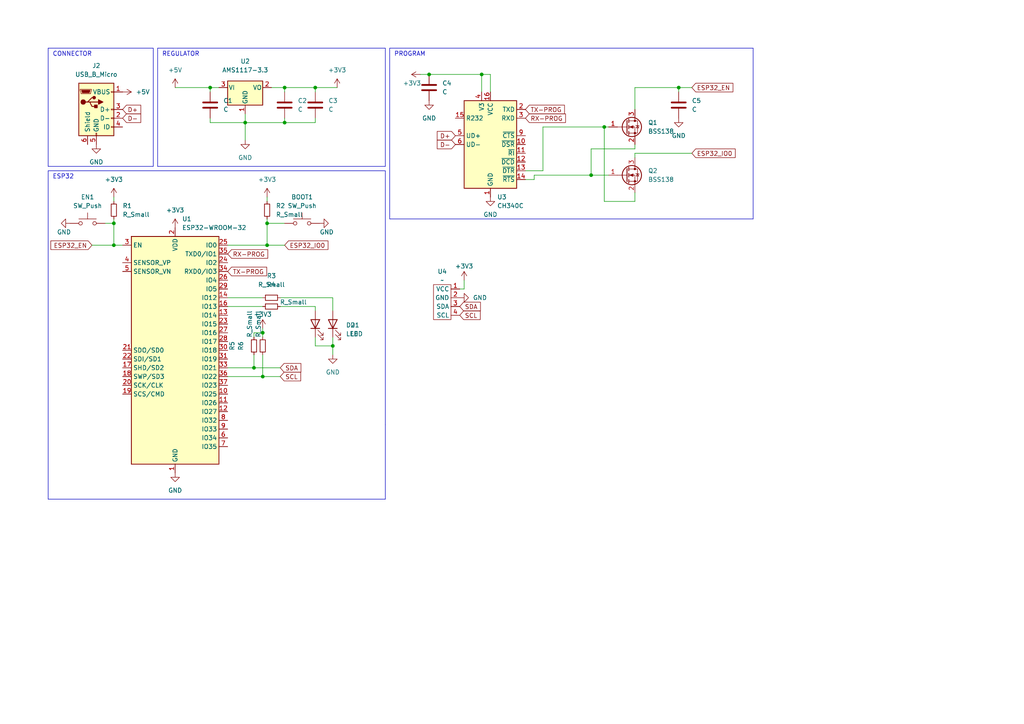
<source format=kicad_sch>
(kicad_sch (version 20231120) (generator "eeschema") (generator_version "8.0")
  (paper "A4")
  (lib_symbols
    (symbol "Connector:USB_B_Micro" (pin_names (offset 1.016))
      (property "Reference" "J" (at -5.08 11.43 0))
      (property "Value" "USB_B_Micro" (at -5.08 8.89 0))
      (symbol "USB_B_Micro_0_1"
        (rectangle (start -5.08 -7.62) (end 5.08 7.62) (stroke (width 0.254)) (fill (type background)))
        (circle (center -3.81 2.159) (radius 0.635) (stroke (width 0.254)) (fill (type outline)))
        (circle (center -0.635 3.429) (radius 0.381) (stroke (width 0.254)) (fill (type outline)))
        (rectangle (start -0.127 -7.62) (end 0.127 -6.858))
        (polyline (pts (xy -1.905 2.159) (xy 0.635 2.159)) (stroke (width 0.254)))
        (polyline (pts (xy -3.175 2.159) (xy -2.54 2.159) (xy -1.27 3.429) (xy -0.635 3.429)) (stroke (width 0.254)))
        (polyline (pts (xy -2.54 2.159) (xy -1.905 2.159) (xy -1.27 0.889) (xy 0 0.889)) (stroke (width 0.254)))
        (polyline (pts (xy 0.635 2.794) (xy 0.635 1.524) (xy 1.905 2.159) (xy 0.635 2.794)) (stroke (width 0.254)) (fill (type outline)))
        (polyline (pts (xy -4.318 5.588) (xy -1.778 5.588) (xy -2.032 4.826) (xy -4.064 4.826) (xy -4.318 5.588)) (fill (type outline)))
        (polyline (pts (xy -4.699 5.842) (xy -4.699 5.588) (xy -4.445 4.826) (xy -4.445 4.572) (xy -1.651 4.572) (xy -1.651 4.826) (xy -1.397 5.588) (xy -1.397 5.842) (xy -4.699 5.842)))
        (rectangle (start 0.254 1.27) (end -0.508 0.508) (stroke (width 0.254)) (fill (type outline)))
        (rectangle (start 5.08 -5.207) (end 4.318 -4.953))
        (rectangle (start 5.08 -2.667) (end 4.318 -2.413))
        (rectangle (start 5.08 -0.127) (end 4.318 0.127))
        (rectangle (start 5.08 4.953) (end 4.318 5.207))
      )
      (symbol "USB_B_Micro_1_1"
        (pin power_out line (at 7.62 5.08 180) (length 2.54) (name "VBUS") (number "1"))
        (pin bidirectional line (at 7.62 -2.54 180) (length 2.54) (name "D-") (number "2"))
        (pin bidirectional line (at 7.62 0 180) (length 2.54) (name "D+") (number "3"))
        (pin passive line (at 7.62 -5.08 180) (length 2.54) (name "ID") (number "4"))
        (pin power_out line (at 0 -10.16 90) (length 2.54) (name "GND") (number "5"))
        (pin passive line (at -2.54 -10.16 90) (length 2.54) (name "Shield") (number "6"))
      )
    )
    (symbol "Device:C" (pin_numbers hide) (pin_names (offset 0.254))
      (property "Reference" "C" (at 0.635 2.54 0))
      (property "Value" "C" (at 0.635 -2.54 0))
      (symbol "C_0_1"
        (polyline (pts (xy -2.032 -0.762) (xy 2.032 -0.762)) (stroke (width 0.508)))
        (polyline (pts (xy -2.032 0.762) (xy 2.032 0.762)) (stroke (width 0.508)))
      )
      (symbol "C_1_1"
        (pin passive line (at 0 3.81 270) (length 2.794) (name "~") (number "1"))
        (pin passive line (at 0 -3.81 90) (length 2.794) (name "~") (number "2"))
      )
    )
    (symbol "Device:LED" (pin_numbers hide) (pin_names (offset 1.016) hide)
      (property "Reference" "D" (at 0 2.54 0))
      (property "Value" "LED" (at 0 -2.54 0))
      (symbol "LED_0_1"
        (polyline (pts (xy -1.27 -1.27) (xy -1.27 1.27)) (stroke (width 0.254)))
        (polyline (pts (xy -1.27 0) (xy 1.27 0)))
        (polyline (pts (xy 1.27 -1.27) (xy 1.27 1.27) (xy -1.27 0) (xy 1.27 -1.27)) (stroke (width 0.254)))
        (polyline (pts (xy -3.048 -0.762) (xy -4.572 -2.286) (xy -3.81 -2.286) (xy -4.572 -2.286) (xy -4.572 -1.524)))
        (polyline (pts (xy -1.778 -0.762) (xy -3.302 -2.286) (xy -2.54 -2.286) (xy -3.302 -2.286) (xy -3.302 -1.524)))
      )
      (symbol "LED_1_1"
        (pin passive line (at -3.81 0 0) (length 2.54) (name "K") (number "1"))
        (pin passive line (at 3.81 0 180) (length 2.54) (name "A") (number "2"))
      )
    )
    (symbol "Device:R_Small" (pin_numbers hide) (pin_names (offset 0.254) hide)
      (property "Reference" "R" (at 0.762 0.508 0))
      (property "Value" "R_Small" (at 0.762 -1.016 0))
      (symbol "R_Small_0_1"
        (rectangle (start -0.762 1.778) (end 0.762 -1.778) (stroke (width 0.2032)))
      )
      (symbol "R_Small_1_1"
        (pin passive line (at 0 2.54 270) (length 0.762) (name "~") (number "1"))
        (pin passive line (at 0 -2.54 90) (length 0.762) (name "~") (number "2"))
      )
    )
    (symbol "Interface_USB:CH340C"
      (property "Reference" "U" (at -5.08 13.97 0))
      (property "Value" "CH340C" (at 1.27 13.97 0))
      (symbol "CH340C_0_1"
        (rectangle (start -7.62 12.7) (end 7.62 -12.7) (stroke (width 0.254)) (fill (type background)))
      )
      (symbol "CH340C_1_1"
        (pin power_in line (at 0 -15.24 90) (length 2.54) (name "GND") (number "1"))
        (pin input line (at 10.16 0 180) (length 2.54) (name "~{DSR}") (number "10"))
        (pin input line (at 10.16 -2.54 180) (length 2.54) (name "~{RI}") (number "11"))
        (pin input line (at 10.16 -5.08 180) (length 2.54) (name "~{DCD}") (number "12"))
        (pin output line (at 10.16 -7.62 180) (length 2.54) (name "~{DTR}") (number "13"))
        (pin output line (at 10.16 -10.16 180) (length 2.54) (name "~{RTS}") (number "14"))
        (pin input line (at -10.16 7.62 0) (length 2.54) (name "R232") (number "15"))
        (pin power_in line (at 0 15.24 270) (length 2.54) (name "VCC") (number "16"))
        (pin output line (at 10.16 10.16 180) (length 2.54) (name "TXD") (number "2"))
        (pin input line (at 10.16 7.62 180) (length 2.54) (name "RXD") (number "3"))
        (pin passive line (at -2.54 15.24 270) (length 2.54) (name "V3") (number "4"))
        (pin bidirectional line (at -10.16 2.54 0) (length 2.54) (name "UD+") (number "5"))
        (pin bidirectional line (at -10.16 0 0) (length 2.54) (name "UD-") (number "6"))
        (pin no_connect line (at -7.62 -7.62 0) (length 2.54) hide (name "NC") (number "7"))
        (pin no_connect line (at -7.62 -10.16 0) (length 2.54) hide (name "NC") (number "8"))
        (pin input line (at 10.16 2.54 180) (length 2.54) (name "~{CTS}") (number "9"))
      )
    )
    (symbol "Nunchuck:Nunchuck"
      (property "Reference" "U" (at 0 1.27 0))
      (symbol "Nunchuck_0_1"
        (rectangle (start -2.54 0) (end 2.54 -10.16))
      )
      (symbol "Nunchuck_1_1"
        (pin input line (at 5.08 -1.27 180) (length 2.54) (name "VCC") (number "1"))
        (pin output line (at 5.08 -3.81 180) (length 2.54) (name "GND") (number "2"))
        (pin output line (at 5.08 -6.35 180) (length 2.54) (name "SDA") (number "3"))
        (pin input line (at 5.08 -8.89 180) (length 2.54) (name "SCL") (number "4"))
      )
    )
    (symbol "RF_Module:ESP32-WROOM-32"
      (property "Reference" "U" (at -12.7 34.29 0))
      (property "Value" "ESP32-WROOM-32" (at 1.27 34.29 0))
      (symbol "ESP32-WROOM-32_0_1"
        (rectangle (start -12.7 33.02) (end 12.7 -33.02) (stroke (width 0.254)) (fill (type background)))
      )
      (symbol "ESP32-WROOM-32_1_1"
        (pin power_in line (at 0 -35.56 90) (length 2.54) (name "GND") (number "1"))
        (pin bidirectional line (at 15.24 -12.7 180) (length 2.54) (name "IO25") (number "10"))
        (pin bidirectional line (at 15.24 -15.24 180) (length 2.54) (name "IO26") (number "11"))
        (pin bidirectional line (at 15.24 -17.78 180) (length 2.54) (name "IO27") (number "12"))
        (pin bidirectional line (at 15.24 10.16 180) (length 2.54) (name "IO14") (number "13"))
        (pin bidirectional line (at 15.24 15.24 180) (length 2.54) (name "IO12") (number "14"))
        (pin passive line (at 0 -35.56 90) (length 2.54) hide (name "GND") (number "15"))
        (pin bidirectional line (at 15.24 12.7 180) (length 2.54) (name "IO13") (number "16"))
        (pin bidirectional line (at -15.24 -5.08 0) (length 2.54) (name "SHD/SD2") (number "17"))
        (pin bidirectional line (at -15.24 -7.62 0) (length 2.54) (name "SWP/SD3") (number "18"))
        (pin bidirectional line (at -15.24 -12.7 0) (length 2.54) (name "SCS/CMD") (number "19"))
        (pin power_in line (at 0 35.56 270) (length 2.54) (name "VDD") (number "2"))
        (pin bidirectional line (at -15.24 -10.16 0) (length 2.54) (name "SCK/CLK") (number "20"))
        (pin bidirectional line (at -15.24 0 0) (length 2.54) (name "SDO/SD0") (number "21"))
        (pin bidirectional line (at -15.24 -2.54 0) (length 2.54) (name "SDI/SD1") (number "22"))
        (pin bidirectional line (at 15.24 7.62 180) (length 2.54) (name "IO15") (number "23"))
        (pin bidirectional line (at 15.24 25.4 180) (length 2.54) (name "IO2") (number "24"))
        (pin bidirectional line (at 15.24 30.48 180) (length 2.54) (name "IO0") (number "25"))
        (pin bidirectional line (at 15.24 20.32 180) (length 2.54) (name "IO4") (number "26"))
        (pin bidirectional line (at 15.24 5.08 180) (length 2.54) (name "IO16") (number "27"))
        (pin bidirectional line (at 15.24 2.54 180) (length 2.54) (name "IO17") (number "28"))
        (pin bidirectional line (at 15.24 17.78 180) (length 2.54) (name "IO5") (number "29"))
        (pin input line (at -15.24 30.48 0) (length 2.54) (name "EN") (number "3"))
        (pin bidirectional line (at 15.24 0 180) (length 2.54) (name "IO18") (number "30"))
        (pin bidirectional line (at 15.24 -2.54 180) (length 2.54) (name "IO19") (number "31"))
        (pin no_connect line (at -12.7 -27.94 0) (length 2.54) hide (name "NC") (number "32"))
        (pin bidirectional line (at 15.24 -5.08 180) (length 2.54) (name "IO21") (number "33"))
        (pin bidirectional line (at 15.24 22.86 180) (length 2.54) (name "RXD0/IO3") (number "34"))
        (pin bidirectional line (at 15.24 27.94 180) (length 2.54) (name "TXD0/IO1") (number "35"))
        (pin bidirectional line (at 15.24 -7.62 180) (length 2.54) (name "IO22") (number "36"))
        (pin bidirectional line (at 15.24 -10.16 180) (length 2.54) (name "IO23") (number "37"))
        (pin passive line (at 0 -35.56 90) (length 2.54) hide (name "GND") (number "38"))
        (pin passive line (at 0 -35.56 90) (length 2.54) hide (name "GND") (number "39"))
        (pin input line (at -15.24 25.4 0) (length 2.54) (name "SENSOR_VP") (number "4"))
        (pin input line (at -15.24 22.86 0) (length 2.54) (name "SENSOR_VN") (number "5"))
        (pin input line (at 15.24 -25.4 180) (length 2.54) (name "IO34") (number "6"))
        (pin input line (at 15.24 -27.94 180) (length 2.54) (name "IO35") (number "7"))
        (pin bidirectional line (at 15.24 -20.32 180) (length 2.54) (name "IO32") (number "8"))
        (pin bidirectional line (at 15.24 -22.86 180) (length 2.54) (name "IO33") (number "9"))
      )
    )
    (symbol "Regulator_Linear:AMS1117-3.3" (pin_names (offset 0.254))
      (property "Reference" "U" (at -3.81 3.175 0))
      (property "Value" "AMS1117-3.3" (at 0 3.175 0))
      (symbol "AMS1117-3.3_0_1"
        (rectangle (start -5.08 -5.08) (end 5.08 1.905) (stroke (width 0.254)) (fill (type background)))
      )
      (symbol "AMS1117-3.3_1_1"
        (pin power_in line (at 0 -7.62 90) (length 2.54) (name "GND") (number "1"))
        (pin power_out line (at 7.62 0 180) (length 2.54) (name "VO") (number "2"))
        (pin power_in line (at -7.62 0 0) (length 2.54) (name "VI") (number "3"))
      )
    )
    (symbol "Switch:SW_Push" (pin_numbers hide) (pin_names (offset 1.016) hide)
      (property "Reference" "SW" (at 1.27 2.54 0))
      (property "Value" "SW_Push" (at 0 -1.524 0))
      (symbol "SW_Push_0_1"
        (circle (center -2.032 0) (radius 0.508))
        (polyline (pts (xy 0 1.27) (xy 0 3.048)))
        (polyline (pts (xy 2.54 1.27) (xy -2.54 1.27)))
        (circle (center 2.032 0) (radius 0.508))
        (pin passive line (at -5.08 0 0) (length 2.54) (name "1") (number "1"))
        (pin passive line (at 5.08 0 180) (length 2.54) (name "2") (number "2"))
      )
    )
    (symbol "Transistor_FET:BSS138" (pin_names hide)
      (property "Reference" "Q" (at 5.08 1.905 0))
      (property "Value" "BSS138" (at 5.08 0 0))
      (symbol "BSS138_0_1"
        (polyline (pts (xy 0.254 0) (xy -2.54 0)))
        (polyline (pts (xy 0.254 1.905) (xy 0.254 -1.905)) (stroke (width 0.254)))
        (polyline (pts (xy 0.762 -1.27) (xy 0.762 -2.286)) (stroke (width 0.254)))
        (polyline (pts (xy 0.762 0.508) (xy 0.762 -0.508)) (stroke (width 0.254)))
        (polyline (pts (xy 0.762 2.286) (xy 0.762 1.27)) (stroke (width 0.254)))
        (polyline (pts (xy 2.54 2.54) (xy 2.54 1.778)))
        (polyline (pts (xy 2.54 -2.54) (xy 2.54 0) (xy 0.762 0)))
        (polyline (pts (xy 0.762 -1.778) (xy 3.302 -1.778) (xy 3.302 1.778) (xy 0.762 1.778)))
        (polyline (pts (xy 1.016 0) (xy 2.032 0.381) (xy 2.032 -0.381) (xy 1.016 0)) (fill (type outline)))
        (polyline (pts (xy 2.794 0.508) (xy 2.921 0.381) (xy 3.683 0.381) (xy 3.81 0.254)))
        (polyline (pts (xy 3.302 0.381) (xy 2.921 -0.254) (xy 3.683 -0.254) (xy 3.302 0.381)))
        (circle (center 1.651 0) (radius 2.794) (stroke (width 0.254)))
        (circle (center 2.54 -1.778) (radius 0.254) (fill (type outline)))
        (circle (center 2.54 1.778) (radius 0.254) (fill (type outline)))
      )
      (symbol "BSS138_1_1"
        (pin input line (at -5.08 0 0) (length 2.54) (name "G") (number "1"))
        (pin passive line (at 2.54 -5.08 90) (length 2.54) (name "S") (number "2"))
        (pin passive line (at 2.54 5.08 270) (length 2.54) (name "D") (number "3"))
      )
    )
    (symbol "power:+3V3" (power) (pin_names (offset 0))
      (property "Value" "+3V3" (at 0 3.556 0))
      (symbol "+3V3_0_1"
        (polyline (pts (xy -0.762 1.27) (xy 0 2.54)))
        (polyline (pts (xy 0 0) (xy 0 2.54)))
        (polyline (pts (xy 0 2.54) (xy 0.762 1.27)))
      )
      (symbol "+3V3_1_1"
        (pin power_in line (at 0 0 90) (length 0) hide (name "+3V3") (number "1"))
      )
    )
    (symbol "power:+5V" (power) (pin_names (offset 0))
      (property "Value" "+5V" (at 0 3.556 0))
      (symbol "+5V_0_1"
        (polyline (pts (xy -0.762 1.27) (xy 0 2.54)))
        (polyline (pts (xy 0 0) (xy 0 2.54)))
        (polyline (pts (xy 0 2.54) (xy 0.762 1.27)))
      )
      (symbol "+5V_1_1"
        (pin power_in line (at 0 0 90) (length 0) hide (name "+5V") (number "1"))
      )
    )
    (symbol "power:GND" (power) (pin_names (offset 0))
      (property "Value" "GND" (at 0 -3.81 0))
      (symbol "GND_0_1"
        (polyline (pts (xy 0 0) (xy 0 -1.27) (xy 1.27 -1.27) (xy 0 -2.54) (xy -1.27 -1.27) (xy 0 -1.27)))
      )
      (symbol "GND_1_1"
        (pin power_in line (at 0 0 270) (length 0) hide (name "GND") (number "1"))
      )
    )
  )
  (junction (at 77.47 71.12))
  (junction (at 73.66 106.68))
  (junction (at 171.45 50.8))
  (junction (at 60.96 25.4))
  (junction (at 124.46 21.59))
  (junction (at 76.2 96.52))
  (junction (at 82.55 35.56))
  (junction (at 91.44 25.4))
  (junction (at 71.12 35.56))
  (junction (at 33.02 64.77))
  (junction (at 196.85 25.4))
  (junction (at 175.26 36.83))
  (junction (at 139.7 21.59))
  (junction (at 77.47 64.77))
  (junction (at 33.02 71.12))
  (junction (at 82.55 25.4))
  (junction (at 76.2 109.22))
  (junction (at 96.52 100.33))
  (polyline (pts (xy 218.44 13.97) (xy 113.03 13.97)))
  (wire (pts (xy 33.02 71.12) (xy 35.56 71.12)))
  (polyline (pts (xy 13.97 13.97) (xy 13.97 48.26)))
  (wire (pts (xy 196.85 25.4) (xy 196.85 26.67)))
  (wire (pts (xy 184.15 43.18) (xy 171.45 43.18)))
  (wire (pts (xy 73.66 96.52) (xy 76.2 96.52)))
  (wire (pts (xy 66.04 86.36) (xy 76.2 86.36)))
  (wire (pts (xy 76.2 95.25) (xy 76.2 96.52)))
  (polyline (pts (xy 44.45 13.97) (xy 13.97 13.97)))
  (wire (pts (xy 71.12 35.56) (xy 71.12 40.64)))
  (wire (pts (xy 26.67 71.12) (xy 33.02 71.12)))
  (wire (pts (xy 73.66 102.87) (xy 73.66 106.68)))
  (polyline (pts (xy 13.97 48.26) (xy 44.45 48.26)))
  (wire (pts (xy 91.44 88.9) (xy 91.44 90.17)))
  (wire (pts (xy 82.55 71.12) (xy 77.47 71.12)))
  (wire (pts (xy 175.26 36.83) (xy 176.53 36.83)))
  (wire (pts (xy 175.26 58.42) (xy 175.26 36.83)))
  (wire (pts (xy 157.48 36.83) (xy 175.26 36.83)))
  (wire (pts (xy 76.2 109.22) (xy 66.04 109.22)))
  (polyline (pts (xy 111.76 49.53) (xy 13.97 49.53)))
  (wire (pts (xy 196.85 25.4) (xy 200.66 25.4)))
  (polyline (pts (xy 113.03 13.97) (xy 113.03 63.5)))
  (polyline (pts (xy 45.72 48.26) (xy 45.72 13.97)))
  (wire (pts (xy 33.02 71.12) (xy 33.02 64.77)))
  (polyline (pts (xy 111.76 123.19) (xy 111.76 144.78)))
  (wire (pts (xy 82.55 25.4) (xy 91.44 25.4)))
  (wire (pts (xy 71.12 33.02) (xy 71.12 35.56)))
  (wire (pts (xy 154.94 50.8) (xy 171.45 50.8)))
  (wire (pts (xy 184.15 31.75) (xy 184.15 25.4)))
  (polyline (pts (xy 111.76 13.97) (xy 111.76 48.26)))
  (wire (pts (xy 33.02 57.15) (xy 33.02 58.42)))
  (wire (pts (xy 73.66 97.79) (xy 73.66 96.52)))
  (wire (pts (xy 77.47 64.77) (xy 82.55 64.77)))
  (wire (pts (xy 82.55 34.29) (xy 82.55 35.56)))
  (wire (pts (xy 33.02 64.77) (xy 30.48 64.77)))
  (wire (pts (xy 91.44 100.33) (xy 96.52 100.33)))
  (wire (pts (xy 157.48 36.83) (xy 157.48 49.53)))
  (wire (pts (xy 142.24 21.59) (xy 139.7 21.59)))
  (wire (pts (xy 171.45 43.18) (xy 171.45 50.8)))
  (wire (pts (xy 184.15 58.42) (xy 175.26 58.42)))
  (polyline (pts (xy 13.97 144.78) (xy 111.76 144.78)))
  (polyline (pts (xy 113.03 63.5) (xy 218.44 63.5)))
  (polyline (pts (xy 13.97 49.53) (xy 13.97 144.78)))
  (wire (pts (xy 184.15 44.45) (xy 200.66 44.45)))
  (wire (pts (xy 96.52 86.36) (xy 96.52 90.17)))
  (wire (pts (xy 81.28 109.22) (xy 76.2 109.22)))
  (wire (pts (xy 152.4 52.07) (xy 154.94 52.07)))
  (wire (pts (xy 154.94 52.07) (xy 154.94 50.8)))
  (wire (pts (xy 124.46 21.59) (xy 139.7 21.59)))
  (wire (pts (xy 184.15 55.88) (xy 184.15 58.42)))
  (wire (pts (xy 60.96 34.29) (xy 60.96 35.56)))
  (wire (pts (xy 60.96 35.56) (xy 71.12 35.56)))
  (wire (pts (xy 91.44 34.29) (xy 91.44 35.56)))
  (wire (pts (xy 60.96 25.4) (xy 60.96 26.67)))
  (wire (pts (xy 33.02 63.5) (xy 33.02 64.77)))
  (wire (pts (xy 134.62 83.82) (xy 134.62 81.28)))
  (wire (pts (xy 133.35 83.82) (xy 134.62 83.82)))
  (wire (pts (xy 176.53 50.8) (xy 171.45 50.8)))
  (wire (pts (xy 91.44 35.56) (xy 82.55 35.56)))
  (wire (pts (xy 77.47 71.12) (xy 77.47 64.77)))
  (wire (pts (xy 91.44 97.79) (xy 91.44 100.33)))
  (wire (pts (xy 152.4 49.53) (xy 157.48 49.53)))
  (wire (pts (xy 81.28 86.36) (xy 96.52 86.36)))
  (wire (pts (xy 66.04 88.9) (xy 76.2 88.9)))
  (wire (pts (xy 184.15 45.72) (xy 184.15 44.45)))
  (polyline (pts (xy 111.76 48.26) (xy 45.72 48.26)))
  (wire (pts (xy 91.44 25.4) (xy 97.79 25.4)))
  (polyline (pts (xy 44.45 48.26) (xy 44.45 13.97)))
  (wire (pts (xy 139.7 26.67) (xy 139.7 21.59)))
  (wire (pts (xy 77.47 57.15) (xy 77.47 58.42)))
  (wire (pts (xy 184.15 41.91) (xy 184.15 43.18)))
  (wire (pts (xy 96.52 97.79) (xy 96.52 100.33)))
  (polyline (pts (xy 45.72 13.97) (xy 111.76 13.97)))
  (wire (pts (xy 121.92 21.59) (xy 124.46 21.59)))
  (wire (pts (xy 91.44 26.67) (xy 91.44 25.4)))
  (wire (pts (xy 81.28 88.9) (xy 91.44 88.9)))
  (wire (pts (xy 77.47 63.5) (xy 77.47 64.77)))
  (wire (pts (xy 50.8 25.4) (xy 60.96 25.4)))
  (wire (pts (xy 184.15 25.4) (xy 196.85 25.4)))
  (wire (pts (xy 76.2 102.87) (xy 76.2 109.22)))
  (wire (pts (xy 77.47 71.12) (xy 66.04 71.12)))
  (wire (pts (xy 82.55 26.67) (xy 82.55 25.4)))
  (wire (pts (xy 73.66 106.68) (xy 66.04 106.68)))
  (wire (pts (xy 60.96 25.4) (xy 63.5 25.4)))
  (wire (pts (xy 82.55 35.56) (xy 71.12 35.56)))
  (wire (pts (xy 96.52 100.33) (xy 96.52 102.87)))
  (polyline (pts (xy 218.44 63.5) (xy 218.44 13.97)))
  (wire (pts (xy 76.2 96.52) (xy 76.2 97.79)))
  (polyline (pts (xy 111.76 123.19) (xy 111.76 49.53)))
  (wire (pts (xy 81.28 106.68) (xy 73.66 106.68)))
  (wire (pts (xy 78.74 25.4) (xy 82.55 25.4)))
  (wire (pts (xy 142.24 26.67) (xy 142.24 21.59)))
  (text "ESP32\n" (at 15.24 52.07 0) (effects (font (size 1.27 1.27)) (justify left bottom)))
  (text "REGULATOR" (at 46.99 16.51 0) (effects (font (size 1.27 1.27)) (justify left bottom)))
  (text "PROGRAM" (at 114.3 16.51 0) (effects (font (size 1.27 1.27)) (justify left bottom)))
  (text "CONNECTOR" (at 15.24 16.51 0) (effects (font (size 1.27 1.27)) (justify left bottom)))
  (global_label "SDA" (shape input) (at 81.28 106.68 0) (property "Intersheetrefs" "${INTERSHEET_REFS}" (effects (hide yes))))
  (global_label "ESP32_IO0" (shape input) (at 200.66 44.45 0) (property "Intersheetrefs" "${INTERSHEET_REFS}" (effects (hide yes))))
  (global_label "D+" (shape input) (at 132.08 39.37 180) (property "Intersheetrefs" "${INTERSHEET_REFS}" (effects (hide yes))))
  (global_label "SDA" (shape input) (at 133.35 88.9 0) (property "Intersheetrefs" "${INTERSHEET_REFS}" (effects (hide yes))))
  (global_label "TX-PROG" (shape input) (at 66.04 78.74 0) (property "Intersheetrefs" "${INTERSHEET_REFS}" (effects (hide yes))))
  (global_label "D+" (shape input) (at 35.56 31.75 0) (property "Intersheetrefs" "${INTERSHEET_REFS}" (effects (hide yes))))
  (global_label "TX-PROG" (shape input) (at 152.4 31.75 0) (property "Intersheetrefs" "${INTERSHEET_REFS}" (effects (hide yes))))
  (global_label "RX-PROG" (shape input) (at 152.4 34.29 0) (property "Intersheetrefs" "${INTERSHEET_REFS}" (effects (hide yes))))
  (global_label "ESP32_EN" (shape input) (at 26.67 71.12 180) (property "Intersheetrefs" "${INTERSHEET_REFS}" (effects (hide yes))))
  (global_label "D-" (shape input) (at 35.56 34.29 0) (property "Intersheetrefs" "${INTERSHEET_REFS}" (effects (hide yes))))
  (global_label "D-" (shape input) (at 132.08 41.91 180) (property "Intersheetrefs" "${INTERSHEET_REFS}" (effects (hide yes))))
  (global_label "SCL" (shape input) (at 81.28 109.22 0) (property "Intersheetrefs" "${INTERSHEET_REFS}" (effects (hide yes))))
  (global_label "ESP32_IO0" (shape input) (at 82.55 71.12 0) (property "Intersheetrefs" "${INTERSHEET_REFS}" (effects (hide yes))))
  (global_label "RX-PROG" (shape input) (at 66.04 73.66 0) (property "Intersheetrefs" "${INTERSHEET_REFS}" (effects (hide yes))))
  (global_label "SCL" (shape input) (at 133.35 91.44 0) (property "Intersheetrefs" "${INTERSHEET_REFS}" (effects (hide yes))))
  (global_label "ESP32_EN" (shape input) (at 200.66 25.4 0) (property "Intersheetrefs" "${INTERSHEET_REFS}" (effects (hide yes))))
  (symbol (lib_id "Device:R_Small") (at 76.2 100.33 180) (unit 1)
    (property "Reference" "R6" (at 69.85 100.33 90))
    (property "Value" "R_Small" (at 74.93 93.98 90))
    (property "Footprint" "Resistor_SMD:R_0603_1608Metric" (effects (hide yes)))
  )
  (symbol (lib_id "Nunchuck:Nunchuck") (at 128.27 82.55 0) (unit 1)
    (property "Reference" "U4" (at 128.27 78.74 0))
    (property "Value" "~" (at 128.27 81.28 0))
    (property "Footprint" "wii:nunchuck" (effects (hide yes)))
  )
  (symbol (lib_id "Transistor_FET:BSS138") (at 181.61 36.83 0) (unit 1)
    (property "Reference" "Q1" (at 187.96 35.5599 0) (effects (justify left)))
    (property "Value" "BSS138" (at 187.96 38.0999 0) (effects (justify left)))
    (property "Footprint" "Package_TO_SOT_SMD:SOT-23" (effects (hide yes)))
    (property "Datasheet" "https://www.onsemi.com/pub/Collateral/BSS138-D.PDF" (effects (hide yes)))
  )
  (symbol (lib_id "power:+3V3") (at 33.02 57.15 0) (unit 1)
    (property "Reference" "#PWR03" (effects (hide yes)))
    (property "Value" "+3V3" (at 33.02 52.07 0))
  )
  (symbol (lib_id "power:+3V3") (at 121.92 21.59 90) (unit 1)
    (property "Reference" "#PWR013" (effects (hide yes)))
    (property "Value" "+3V3" (at 116.84 24.13 90) (effects (justify right)))
  )
  (symbol (lib_id "power:GND") (at 196.85 34.29 0) (unit 1)
    (property "Reference" "#PWR016" (effects (hide yes)))
    (property "Value" "GND" (at 196.85 39.37 0))
  )
  (symbol (lib_id "power:GND") (at 50.8 137.16 0) (unit 1)
    (property "Reference" "#PWR07" (effects (hide yes)))
    (property "Value" "GND" (at 50.8 142.24 0))
  )
  (symbol (lib_id "Switch:SW_Push") (at 87.63 64.77 0) (unit 1)
    (property "Reference" "BOOT1" (at 87.63 57.15 0))
    (property "Value" "SW_Push" (at 87.63 59.69 0))
    (property "Footprint" "Button_Switch_SMD:SW_SPST_FSMSM" (effects (hide yes)))
  )
  (symbol (lib_id "power:GND") (at 142.24 57.15 0) (unit 1)
    (property "Reference" "#PWR015" (effects (hide yes)))
    (property "Value" "GND" (at 142.24 62.23 0))
  )
  (symbol (lib_id "Regulator_Linear:AMS1117-3.3") (at 71.12 25.4 0) (unit 1)
    (property "Reference" "U2" (at 71.12 17.78 0))
    (property "Value" "AMS1117-3.3" (at 71.12 20.32 0))
    (property "Footprint" "Package_TO_SOT_SMD:SOT-223-3_TabPin2" (effects (hide yes)))
    (property "Datasheet" "http://www.advanced-monolithic.com/pdf/ds1117.pdf" (effects (hide yes)))
  )
  (symbol (lib_id "power:GND") (at 124.46 29.21 0) (unit 1)
    (property "Reference" "#PWR014" (effects (hide yes)))
    (property "Value" "GND" (at 124.46 34.29 0))
  )
  (symbol (lib_id "power:+3V3") (at 50.8 66.04 0) (unit 1)
    (property "Reference" "#PWR06" (effects (hide yes)))
    (property "Value" "+3V3" (at 50.8 60.96 0))
  )
  (symbol (lib_id "power:GND") (at 96.52 102.87 0) (unit 1)
    (property "Reference" "#PWR011" (effects (hide yes)))
    (property "Value" "GND" (at 96.52 107.95 0))
  )
  (symbol (lib_id "Device:R_Small") (at 78.74 88.9 90) (unit 1)
    (property "Reference" "R4" (at 78.74 82.55 90))
    (property "Value" "R_Small" (at 85.09 87.63 90))
    (property "Footprint" "Resistor_SMD:R_0603_1608Metric" (effects (hide yes)))
  )
  (symbol (lib_id "Connector:USB_B_Micro") (at 27.94 31.75 0) (unit 1)
    (property "Reference" "J2" (at 27.94 19.05 0))
    (property "Value" "USB_B_Micro" (at 27.94 21.59 0))
    (property "Footprint" "Connector_USB:USB_Micro-B_Amphenol_10118194_Horizontal" (effects (hide yes)))
    (property "Description" "USB Micro Type B connector" (effects (hide yes)))
  )
  (symbol (lib_id "Switch:SW_Push") (at 25.4 64.77 0) (unit 1)
    (property "Reference" "EN1" (at 25.4 57.15 0))
    (property "Value" "SW_Push" (at 25.4 59.69 0))
    (property "Footprint" "Button_Switch_SMD:SW_SPST_FSMSM" (effects (hide yes)))
  )
  (symbol (lib_id "power:+3V3") (at 76.2 95.25 0) (unit 1)
    (property "Reference" "#PWR017" (effects (hide yes)))
    (property "Value" "+3V3" (at 76.2 91.186 0))
  )
  (symbol (lib_id "power:GND") (at 20.32 64.77 270) (unit 1)
    (property "Reference" "#PWR01" (effects (hide yes)))
    (property "Value" "GND" (at 16.51 67.31 90) (effects (justify left)))
  )
  (symbol (lib_id "Device:LED") (at 96.52 93.98 90) (unit 1)
    (property "Reference" "D2" (at 100.33 94.2974 90) (effects (justify right)))
    (property "Value" "LED" (at 100.33 96.8374 90) (effects (justify right)))
    (property "Footprint" "LED_SMD:LED_0603_1608Metric" (effects (hide yes)))
  )
  (symbol (lib_id "power:+3V3") (at 134.62 81.28 0) (unit 1)
    (property "Reference" "#PWR019" (effects (hide yes)))
    (property "Value" "+3V3" (at 134.62 77.216 0))
  )
  (symbol (lib_id "power:+3V3") (at 97.79 25.4 0) (unit 1)
    (property "Reference" "#PWR012" (effects (hide yes)))
    (property "Value" "+3V3" (at 97.79 20.32 0))
  )
  (symbol (lib_id "Transistor_FET:BSS138") (at 181.61 50.8 0) (unit 1)
    (property "Reference" "Q2" (at 187.96 49.5299 0) (effects (justify left)))
    (property "Value" "BSS138" (at 187.96 52.0699 0) (effects (justify left)))
    (property "Footprint" "Package_TO_SOT_SMD:SOT-23" (effects (hide yes)))
    (property "Datasheet" "https://www.onsemi.com/pub/Collateral/BSS138-D.PDF" (effects (hide yes)))
  )
  (symbol (lib_id "RF_Module:ESP32-WROOM-32") (at 50.8 101.6 0) (unit 1)
    (property "Reference" "U1" (at 52.8194 63.5 0) (effects (justify left)))
    (property "Value" "ESP32-WROOM-32" (at 52.8194 66.04 0) (effects (justify left)))
    (property "Footprint" "RF_Module:ESP32-WROOM-32" (effects (hide yes)))
    (property "Datasheet" "https://www.espressif.com/sites/default/files/documentation/esp32-wroom-32_datasheet_en.pdf" (effects (hide yes)))
  )
  (symbol (lib_id "Device:C") (at 82.55 30.48 0) (unit 1)
    (property "Reference" "C2" (at 86.36 29.2099 0) (effects (justify left)))
    (property "Value" "C" (at 86.36 31.7499 0) (effects (justify left)))
    (property "Footprint" "Capacitor_SMD:C_0603_1608Metric" (effects (hide yes)))
  )
  (symbol (lib_id "Device:LED") (at 91.44 93.98 90) (unit 1)
    (property "Reference" "D1" (at 101.6 94.2974 90) (effects (justify right)))
    (property "Value" "LED" (at 101.6 96.8374 90) (effects (justify right)))
    (property "Footprint" "LED_SMD:LED_0603_1608Metric" (effects (hide yes)))
  )
  (symbol (lib_id "Device:R_Small") (at 33.02 60.96 0) (unit 1)
    (property "Reference" "R1" (at 35.56 59.6899 0) (effects (justify left)))
    (property "Value" "R_Small" (at 35.56 62.2299 0) (effects (justify left)))
    (property "Footprint" "Resistor_SMD:R_0603_1608Metric" (effects (hide yes)))
  )
  (symbol (lib_id "power:GND") (at 92.71 64.77 90) (unit 1)
    (property "Reference" "#PWR010" (effects (hide yes)))
    (property "Value" "GND" (at 92.71 67.31 90) (effects (justify right)))
  )
  (symbol (lib_id "Device:C") (at 60.96 30.48 0) (unit 1)
    (property "Reference" "C1" (at 64.77 29.2099 0) (effects (justify left)))
    (property "Value" "C" (at 64.77 31.7499 0) (effects (justify left)))
    (property "Footprint" "Capacitor_SMD:C_0603_1608Metric" (effects (hide yes)))
  )
  (symbol (lib_id "power:GND") (at 133.35 86.36 90) (unit 1)
    (property "Reference" "#PWR018" (effects (hide yes)))
    (property "Value" "GND" (at 137.16 86.3599 90) (effects (justify right)))
  )
  (symbol (lib_id "power:+5V") (at 35.56 26.67 270) (unit 1)
    (property "Reference" "#PWR04" (effects (hide yes)))
    (property "Value" "+5V" (at 39.37 26.6699 90) (effects (justify left)))
  )
  (symbol (lib_id "Device:R_Small") (at 77.47 60.96 0) (unit 1)
    (property "Reference" "R2" (at 80.01 59.6899 0) (effects (justify left)))
    (property "Value" "R_Small" (at 80.01 62.2299 0) (effects (justify left)))
    (property "Footprint" "Resistor_SMD:R_0603_1608Metric" (effects (hide yes)))
  )
  (symbol (lib_id "Device:C") (at 91.44 30.48 0) (unit 1)
    (property "Reference" "C3" (at 95.25 29.2099 0) (effects (justify left)))
    (property "Value" "C" (at 95.25 31.7499 0) (effects (justify left)))
    (property "Footprint" "Capacitor_SMD:C_0603_1608Metric" (effects (hide yes)))
  )
  (symbol (lib_id "power:GND") (at 71.12 40.64 0) (unit 1)
    (property "Reference" "#PWR08" (effects (hide yes)))
    (property "Value" "GND" (at 71.12 45.72 0))
  )
  (symbol (lib_id "Device:C") (at 196.85 30.48 0) (unit 1)
    (property "Reference" "C5" (at 200.66 29.2099 0) (effects (justify left)))
    (property "Value" "C" (at 200.66 31.7499 0) (effects (justify left)))
    (property "Footprint" "Capacitor_SMD:C_0603_1608Metric" (effects (hide yes)))
  )
  (symbol (lib_id "Device:C") (at 124.46 25.4 0) (unit 1)
    (property "Reference" "C4" (at 128.27 24.1299 0) (effects (justify left)))
    (property "Value" "C" (at 128.27 26.6699 0) (effects (justify left)))
    (property "Footprint" "Capacitor_SMD:C_0603_1608Metric" (effects (hide yes)))
  )
  (symbol (lib_id "Device:R_Small") (at 73.66 100.33 180) (unit 1)
    (property "Reference" "R5" (at 67.31 100.33 90))
    (property "Value" "R_Small" (at 72.39 93.98 90))
    (property "Footprint" "Resistor_SMD:R_0603_1608Metric" (effects (hide yes)))
  )
  (symbol (lib_id "power:+5V") (at 50.8 25.4 0) (unit 1)
    (property "Reference" "#PWR05" (effects (hide yes)))
    (property "Value" "+5V" (at 50.8 20.32 0))
  )
  (symbol (lib_id "power:+3V3") (at 77.47 57.15 0) (unit 1)
    (property "Reference" "#PWR09" (effects (hide yes)))
    (property "Value" "+3V3" (at 77.47 52.07 0))
  )
  (symbol (lib_id "Device:R_Small") (at 78.74 86.36 90) (unit 1)
    (property "Reference" "R3" (at 78.74 80.01 90))
    (property "Value" "R_Small" (at 78.74 82.55 90))
    (property "Footprint" "Resistor_SMD:R_0603_1608Metric" (effects (hide yes)))
  )
  (symbol (lib_id "power:GND") (at 27.94 41.91 0) (unit 1)
    (property "Reference" "#PWR02" (effects (hide yes)))
    (property "Value" "GND" (at 27.94 46.99 0))
  )
  (symbol (lib_id "Interface_USB:CH340C") (at 142.24 41.91 0) (unit 1)
    (property "Reference" "U3" (at 144.1959 57.15 0) (effects (justify left)))
    (property "Value" "CH340C" (at 144.1959 59.69 0) (effects (justify left)))
    (property "Footprint" "Package_SO:SOIC-16_3.9x9.9mm_P1.27mm" (effects (hide yes)))
    (property "Datasheet" "https://datasheet.lcsc.com/szlcsc/Jiangsu-Qin-Heng-CH340C_C84681.pdf" (effects (hide yes)))
  )
)
</source>
